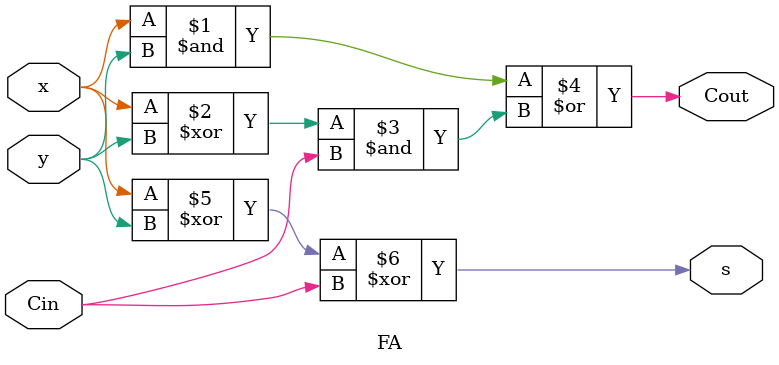
<source format=v>
module FA( x, y, Cin, Cout, s);
	input Cin, x, y;
	output s, Cout ;
	
	assign Cout = (x & y) | ((x ^ y) & Cin);
	assign s = x ^ y ^ Cin;
	
	
	endmodule 
</source>
